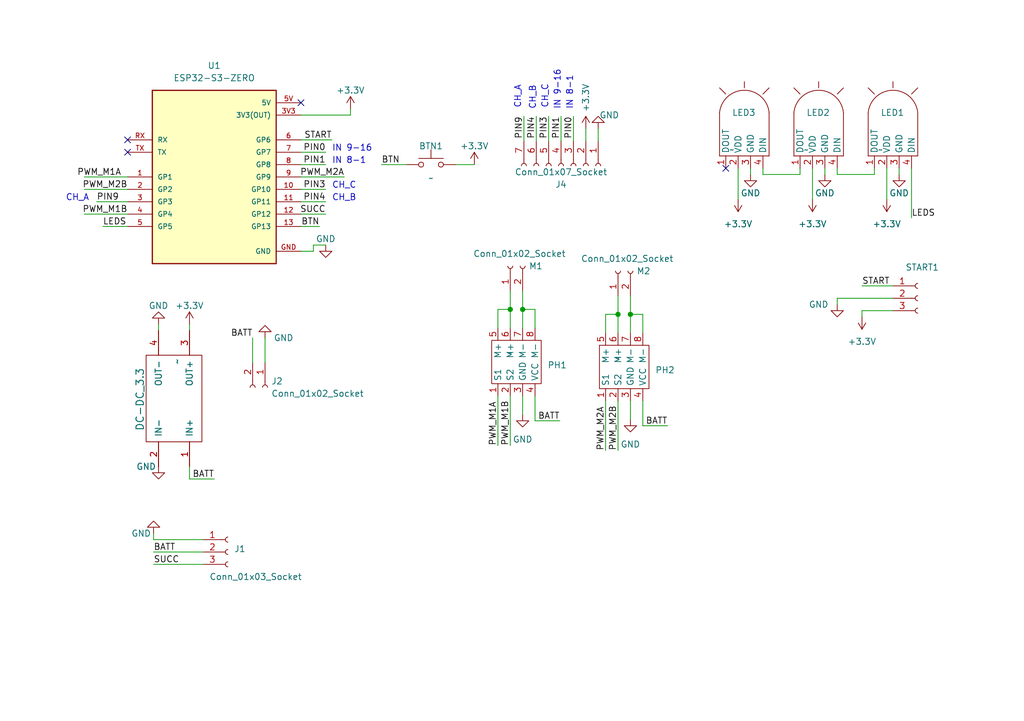
<source format=kicad_sch>
(kicad_sch (version 20250114) (generator "eeschema") (generator_version "9.0")
  (paper "A5")
  (lib_symbols
    (symbol "Connector:Conn_01x02_Socket" (pin_names (offset 1.016) (hide yes))
      (property "Reference" "J" (at 0 2.54 0))
      (property "Value" "Conn_01x02_Socket" (at 0 -5.08 0))
      (symbol "Conn_01x02_Socket_1_1"
        (polyline (pts (xy -1.27 0) (xy -0.508 0)) (stroke (width 0.1524)))
        (polyline (pts (xy -1.27 -2.54) (xy -0.508 -2.54)) (stroke (width 0.1524)))
        (arc (start 0 -0.508) (mid -0.5058 0) (end 0 0.508) (stroke (width 0.1524)))
        (arc (start 0 -3.048) (mid -0.5058 -2.54) (end 0 -2.032) (stroke (width 0.1524)))
        (pin passive line (at -5.08 0 0) (length 3.81) (name "Pin_1") (number "1"))
        (pin passive line (at -5.08 -2.54 0) (length 3.81) (name "Pin_2") (number "2"))
      )
    )
    (symbol "Connector:Conn_01x03_Socket" (pin_names (offset 1.016) (hide yes))
      (property "Reference" "J" (at 0 5.08 0))
      (property "Value" "Conn_01x03_Socket" (at 0 -5.08 0))
      (symbol "Conn_01x03_Socket_1_1"
        (polyline (pts (xy -1.27 2.54) (xy -0.508 2.54)) (stroke (width 0.1524)))
        (polyline (pts (xy -1.27 0) (xy -0.508 0)) (stroke (width 0.1524)))
        (polyline (pts (xy -1.27 -2.54) (xy -0.508 -2.54)) (stroke (width 0.1524)))
        (arc (start 0 2.032) (mid -0.5058 2.54) (end 0 3.048) (stroke (width 0.1524)))
        (arc (start 0 -0.508) (mid -0.5058 0) (end 0 0.508) (stroke (width 0.1524)))
        (arc (start 0 -3.048) (mid -0.5058 -2.54) (end 0 -2.032) (stroke (width 0.1524)))
        (pin passive line (at -5.08 2.54 0) (length 3.81) (name "Pin_1") (number "1"))
        (pin passive line (at -5.08 0 0) (length 3.81) (name "Pin_2") (number "2"))
        (pin passive line (at -5.08 -2.54 0) (length 3.81) (name "Pin_3") (number "3"))
      )
    )
    (symbol "Connector:Conn_01x07_Socket" (pin_names (offset 1.016) (hide yes))
      (property "Reference" "J" (at 0 10.16 0))
      (property "Value" "Conn_01x07_Socket" (at 0 -10.16 0))
      (symbol "Conn_01x07_Socket_1_1"
        (polyline (pts (xy -1.27 7.62) (xy -0.508 7.62)) (stroke (width 0.1524)))
        (polyline (pts (xy -1.27 5.08) (xy -0.508 5.08)) (stroke (width 0.1524)))
        (polyline (pts (xy -1.27 2.54) (xy -0.508 2.54)) (stroke (width 0.1524)))
        (polyline (pts (xy -1.27 0) (xy -0.508 0)) (stroke (width 0.1524)))
        (polyline (pts (xy -1.27 -2.54) (xy -0.508 -2.54)) (stroke (width 0.1524)))
        (polyline (pts (xy -1.27 -5.08) (xy -0.508 -5.08)) (stroke (width 0.1524)))
        (polyline (pts (xy -1.27 -7.62) (xy -0.508 -7.62)) (stroke (width 0.1524)))
        (arc (start 0 7.112) (mid -0.5058 7.62) (end 0 8.128) (stroke (width 0.1524)))
        (arc (start 0 4.572) (mid -0.5058 5.08) (end 0 5.588) (stroke (width 0.1524)))
        (arc (start 0 2.032) (mid -0.5058 2.54) (end 0 3.048) (stroke (width 0.1524)))
        (arc (start 0 -0.508) (mid -0.5058 0) (end 0 0.508) (stroke (width 0.1524)))
        (arc (start 0 -3.048) (mid -0.5058 -2.54) (end 0 -2.032) (stroke (width 0.1524)))
        (arc (start 0 -5.588) (mid -0.5058 -5.08) (end 0 -4.572) (stroke (width 0.1524)))
        (arc (start 0 -8.128) (mid -0.5058 -7.62) (end 0 -7.112) (stroke (width 0.1524)))
        (pin passive line (at -5.08 7.62 0) (length 3.81) (name "Pin_1") (number "1"))
        (pin passive line (at -5.08 5.08 0) (length 3.81) (name "Pin_2") (number "2"))
        (pin passive line (at -5.08 2.54 0) (length 3.81) (name "Pin_3") (number "3"))
        (pin passive line (at -5.08 0 0) (length 3.81) (name "Pin_4") (number "4"))
        (pin passive line (at -5.08 -2.54 0) (length 3.81) (name "Pin_5") (number "5"))
        (pin passive line (at -5.08 -5.08 0) (length 3.81) (name "Pin_6") (number "6"))
        (pin passive line (at -5.08 -7.62 0) (length 3.81) (name "Pin_7") (number "7"))
      )
    )
    (symbol "MictlanTeam-Library:ESP32-S3-ZERO" (pin_names (offset 1.016))
      (property "Reference" "U" (at -12.7 18.542 0))
      (property "Value" "ESP32-S3-ZERO" (at -12.7 -20.32 0))
      (symbol "ESP32-S3-ZERO_0_0"
        (rectangle (start -12.7 17.78) (end 12.7 -17.78) (stroke (width 0.254)) (fill (type background)))
        (pin input line (at -17.78 7.62 0) (length 5.08) (name "RX") (number "RX"))
        (pin output line (at -17.78 5.08 0) (length 5.08) (name "TX") (number "TX"))
        (pin bidirectional line (at -17.78 0 0) (length 5.08) (name "GP1") (number "1"))
        (pin bidirectional line (at -17.78 -2.54 0) (length 5.08) (name "GP2") (number "2"))
        (pin bidirectional line (at -17.78 -5.08 0) (length 5.08) (name "GP3") (number "3"))
        (pin bidirectional line (at -17.78 -7.62 0) (length 5.08) (name "GP4") (number "4"))
        (pin bidirectional line (at -17.78 -10.16 0) (length 5.08) (name "GP5") (number "5"))
        (pin power_in line (at 17.78 15.24 180) (length 5.08) (name "5V") (number "5V"))
        (pin power_in line (at 17.78 12.7 180) (length 5.08) (name "3V3(OUT)") (number "3V3"))
        (pin bidirectional line (at 17.78 7.62 180) (length 5.08) (name "GP6") (number "6"))
        (pin bidirectional line (at 17.78 5.08 180) (length 5.08) (name "GP7") (number "7"))
        (pin bidirectional line (at 17.78 2.54 180) (length 5.08) (name "GP8") (number "8"))
        (pin bidirectional line (at 17.78 0 180) (length 5.08) (name "GP9") (number "9"))
        (pin bidirectional line (at 17.78 -2.54 180) (length 5.08) (name "GP10") (number "10"))
        (pin bidirectional line (at 17.78 -5.08 180) (length 5.08) (name "GP11") (number "11"))
        (pin bidirectional line (at 17.78 -7.62 180) (length 5.08) (name "GP12") (number "12"))
        (pin bidirectional line (at 17.78 -10.16 180) (length 5.08) (name "GP13") (number "13"))
        (pin power_in line (at 17.78 -15.24 180) (length 5.08) (name "GND") (number "GND"))
      )
    )
    (symbol "custom_symbols:Button" (pin_numbers (hide yes)) (pin_names (offset 1.016) (hide yes))
      (property "Reference" "BTN" (at 1.27 2.54 0))
      (symbol "Button_0_1"
        (circle (center -2.032 0) (radius 0.508))
        (polyline (pts (xy 0 1.27) (xy 0 3.048)))
        (circle (center 2.032 0) (radius 0.508))
        (polyline (pts (xy 2.54 1.27) (xy -2.54 1.27)))
        (pin passive line (at -5.08 0 0) (length 2.54) (name "1") (number "1"))
        (pin passive line (at 5.08 0 180) (length 2.54) (name "2") (number "2"))
      )
    )
    (symbol "custom_symbols:Led_5mm_WS2812D_"
      (property "Reference" "LED" (at 2.54 6.35 0))
      (symbol "Led_5mm_WS2812D__0_1"
        (polyline (pts (xy -2.54 -1.27) (xy -2.54 7.62)))
        (polyline (pts (xy -2.54 -1.27) (xy 7.62 -1.27)))
        (polyline (pts (xy -1.27 11.43) (xy -2.54 12.7)))
        (polyline (pts (xy 2.54 12.7) (xy 2.54 13.97)))
        (arc (start -2.54 7.62) (mid 2.54 12.2078) (end 7.62 7.62))
        (polyline (pts (xy 6.35 11.43) (xy 7.62 12.7)))
        (polyline (pts (xy 7.62 -1.27) (xy 7.62 7.62)))
      )
      (symbol "Led_5mm_WS2812D__1_1"
        (pin input line (at -1.27 -3.81 90) (length 2.54) (name "DOUT") (number "1"))
        (pin power_in line (at 1.27 -3.81 90) (length 2.54) (name "VDD") (number "2"))
        (pin power_out line (at 3.81 -3.81 90) (length 2.54) (name "GND") (number "3"))
        (pin input line (at 6.35 -3.81 90) (length 2.54) (name "DIN") (number "4"))
      )
    )
    (symbol "custom_symbols:Mini360" (pin_names (offset 1.016))
      (property "Reference" "DC-DC_3.3" (at 6.35 7.62 0))
      (property "Value" "~" (at 7.62 0 0))
      (symbol "Mini360_0_1"
        (rectangle (start -8.89 6.35) (end 8.89 -5.08))
      )
      (symbol "Mini360_1_1"
        (pin input line (at -13.97 3.81 0) (length 5.08) (name "IN-") (number "2"))
        (pin power_in line (at -13.97 -2.54 0) (length 5.08) (name "IN+") (number "1"))
        (pin output line (at 13.97 3.81 180) (length 5.08) (name "OUT-") (number "4"))
        (pin power_in line (at 13.97 -2.54 180) (length 5.08) (name "OUT+") (number "3"))
      )
    )
    (symbol "custom_symbols:RZ7886"
      (property "Reference" "U" (at -5.08 -1.27 0))
      (symbol "RZ7886_0_1"
        (rectangle (start -3.81 2.54) (end 6.35 -6.35))
      )
      (symbol "RZ7886_1_1"
        (pin output line (at -2.54 5.08 270) (length 2.54) (name "M+") (number "5"))
        (pin input line (at -2.54 -8.89 90) (length 2.54) (name "S1") (number "1"))
        (pin output line (at 0 5.08 270) (length 2.54) (name "M+") (number "6"))
        (pin input line (at 0 -8.89 90) (length 2.54) (name "S2") (number "2"))
        (pin output line (at 2.54 5.08 270) (length 2.54) (name "M-") (number "7"))
        (pin power_in line (at 2.54 -8.89 90) (length 2.54) (name "GND") (number "3"))
        (pin output line (at 5.08 5.08 270) (length 2.54) (name "M-") (number "8"))
        (pin power_in line (at 5.08 -8.89 90) (length 2.54) (name "VCC") (number "4"))
      )
    )
    (symbol "power:+3.3V" (power) (pin_names (offset 0))
      (property "Value" "+3.3V" (at 0 3.556 0))
      (symbol "+3.3V_0_1"
        (polyline (pts (xy -0.762 1.27) (xy 0 2.54)))
        (polyline (pts (xy 0 2.54) (xy 0.762 1.27)))
        (polyline (pts (xy 0 0) (xy 0 2.54)))
      )
      (symbol "+3.3V_1_1"
        (pin power_in line (at 0 0 90) (length 0) (hide yes) (name "+3.3V") (number "1"))
      )
    )
    (symbol "power:GND" (power) (pin_names (offset 0))
      (property "Value" "GND" (at 0 -3.81 0))
      (symbol "GND_0_1"
        (polyline (pts (xy 0 0) (xy 0 -1.27) (xy 1.27 -1.27) (xy 0 -2.54) (xy -1.27 -1.27) (xy 0 -1.27)))
      )
      (symbol "GND_1_1"
        (pin power_in line (at 0 0 270) (length 0) (hide yes) (name "GND") (number "1"))
      )
    )
  )
  (text "CH_A" (at 13.462 41.402 0) (effects (font (size 1.27 1.27)) (justify left bottom)))
  (text "CH_B" (at 109.982 22.606 90) (effects (font (size 1.27 1.27)) (justify left bottom)))
  (text "CH_B" (at 68.072 41.402 0) (effects (font (size 1.27 1.27)) (justify left bottom)))
  (text "CH_C" (at 112.522 22.352 90) (effects (font (size 1.27 1.27)) (justify left bottom)))
  (text "IN 8-1" (at 117.602 22.606 90) (effects (font (size 1.27 1.27)) (justify left bottom)))
  (text "IN 9-16" (at 68.072 31.242 0) (effects (font (size 1.27 1.27)) (justify left bottom)))
  (text "CH_A" (at 106.934 22.352 90) (effects (font (size 1.27 1.27)) (justify left bottom)))
  (text "IN 9-16" (at 115.062 22.606 90) (effects (font (size 1.27 1.27)) (justify left bottom)))
  (text "IN 8-1" (at 68.072 33.782 0) (effects (font (size 1.27 1.27)) (justify left bottom)))
  (text "CH_C" (at 68.072 38.862 0) (effects (font (size 1.27 1.27)) (justify left bottom)))
  (junction (at 129.286 64.516))
  (junction (at 104.648 63.5))
  (junction (at 126.746 64.516))
  (junction (at 107.188 63.5))
  (no_connect (at 26.162 28.702))
  (no_connect (at 148.844 34.544))
  (no_connect (at 61.722 21.082))
  (no_connect (at 26.162 31.242))
  (wire (pts (xy 179.324 35.814) (xy 179.324 34.544)))
  (wire (pts (xy 129.286 60.706) (xy 129.286 64.516)))
  (wire (pts (xy 129.286 82.296) (xy 129.286 86.106)))
  (wire (pts (xy 126.746 60.706) (xy 126.746 64.516)))
  (wire (pts (xy 64.262 51.562) (xy 61.722 51.562)))
  (wire (pts (xy 124.206 68.326) (xy 124.206 64.516)))
  (wire (pts (xy 181.864 34.544) (xy 181.864 40.894)))
  (wire (pts (xy 184.404 34.544) (xy 184.404 35.814)))
  (wire (pts (xy 61.722 38.862) (xy 66.802 38.862)))
  (wire (pts (xy 126.746 82.296) (xy 126.746 92.456)))
  (wire (pts (xy 171.704 35.814) (xy 179.324 35.814)))
  (wire (pts (xy 61.722 36.322) (xy 70.612 36.322)))
  (wire (pts (xy 66.802 43.942) (xy 61.722 43.942)))
  (wire (pts (xy 26.162 38.862) (xy 17.272 38.862)))
  (wire (pts (xy 164.084 35.814) (xy 164.084 34.544)))
  (wire (pts (xy 32.512 66.548) (xy 32.512 67.818)))
  (wire (pts (xy 104.648 59.69) (xy 104.648 63.5)))
  (wire (pts (xy 126.746 64.516) (xy 126.746 68.326)))
  (wire (pts (xy 166.624 34.544) (xy 166.624 40.894)))
  (wire (pts (xy 107.188 81.28) (xy 107.188 85.09)))
  (wire (pts (xy 51.816 69.342) (xy 51.816 74.422)))
  (wire (pts (xy 176.784 58.674) (xy 183.134 58.674)))
  (wire (pts (xy 171.704 34.544) (xy 171.704 35.814)))
  (wire (pts (xy 129.286 64.516) (xy 129.286 68.326)))
  (wire (pts (xy 21.082 46.482) (xy 26.162 46.482)))
  (wire (pts (xy 120.142 28.956) (xy 120.142 26.416)))
  (wire (pts (xy 186.944 44.704) (xy 186.944 34.544)))
  (wire (pts (xy 107.442 28.956) (xy 107.442 23.876)))
  (wire (pts (xy 93.472 33.782) (xy 97.282 33.782)))
  (wire (pts (xy 102.108 63.5) (xy 104.648 63.5)))
  (wire (pts (xy 124.206 82.296) (xy 124.206 92.456)))
  (wire (pts (xy 171.704 61.214) (xy 183.134 61.214)))
  (wire (pts (xy 61.722 31.242) (xy 66.802 31.242)))
  (wire (pts (xy 109.728 67.31) (xy 109.728 63.5)))
  (wire (pts (xy 107.188 63.5) (xy 107.188 67.31)))
  (wire (pts (xy 104.648 81.28) (xy 104.648 91.44)))
  (wire (pts (xy 131.826 64.516) (xy 129.286 64.516)))
  (wire (pts (xy 117.602 28.956) (xy 117.602 23.876)))
  (wire (pts (xy 122.682 26.416) (xy 122.682 28.956)))
  (wire (pts (xy 31.496 113.284) (xy 41.656 113.284)))
  (wire (pts (xy 164.084 35.814) (xy 156.464 35.814)))
  (wire (pts (xy 109.728 63.5) (xy 107.188 63.5)))
  (wire (pts (xy 107.188 59.69) (xy 107.188 63.5)))
  (wire (pts (xy 38.862 66.548) (xy 38.862 67.818)))
  (wire (pts (xy 109.728 86.36) (xy 109.728 81.28)))
  (wire (pts (xy 61.722 23.622) (xy 71.882 23.622)))
  (wire (pts (xy 64.262 50.292) (xy 66.802 50.292)))
  (wire (pts (xy 68.072 28.702) (xy 61.722 28.702)))
  (wire (pts (xy 17.272 36.322) (xy 26.162 36.322)))
  (wire (pts (xy 31.496 109.474) (xy 31.496 110.744)))
  (wire (pts (xy 102.108 81.28) (xy 102.108 91.44)))
  (wire (pts (xy 169.164 34.544) (xy 169.164 35.814)))
  (wire (pts (xy 71.882 22.352) (xy 71.882 23.622)))
  (wire (pts (xy 38.862 98.298) (xy 38.862 95.758)))
  (wire (pts (xy 65.532 46.482) (xy 61.722 46.482)))
  (wire (pts (xy 104.648 63.5) (xy 104.648 67.31)))
  (wire (pts (xy 156.464 34.544) (xy 156.464 35.814)))
  (wire (pts (xy 102.108 67.31) (xy 102.108 63.5)))
  (wire (pts (xy 153.924 34.544) (xy 153.924 35.814)))
  (wire (pts (xy 61.722 41.402) (xy 66.802 41.402)))
  (wire (pts (xy 131.826 68.326) (xy 131.826 64.516)))
  (wire (pts (xy 78.232 33.782) (xy 83.312 33.782)))
  (wire (pts (xy 109.728 86.36) (xy 114.808 86.36)))
  (wire (pts (xy 112.522 28.956) (xy 112.522 23.876)))
  (wire (pts (xy 176.784 63.754) (xy 183.134 63.754)))
  (wire (pts (xy 54.356 69.342) (xy 54.356 74.422)))
  (wire (pts (xy 109.982 28.956) (xy 109.982 23.876)))
  (wire (pts (xy 131.826 87.376) (xy 136.906 87.376)))
  (wire (pts (xy 31.496 115.824) (xy 41.656 115.824)))
  (wire (pts (xy 171.704 62.484) (xy 171.704 61.214)))
  (wire (pts (xy 61.722 33.782) (xy 66.802 33.782)))
  (wire (pts (xy 176.784 65.024) (xy 176.784 63.754)))
  (wire (pts (xy 31.496 110.744) (xy 41.656 110.744)))
  (wire (pts (xy 151.384 34.544) (xy 151.384 40.894)))
  (wire (pts (xy 64.262 50.292) (xy 64.262 51.562)))
  (wire (pts (xy 115.062 28.956) (xy 115.062 23.876)))
  (wire (pts (xy 131.826 82.296) (xy 131.826 87.376)))
  (wire (pts (xy 38.862 98.298) (xy 43.942 98.298)))
  (wire (pts (xy 19.812 41.402) (xy 26.162 41.402)))
  (wire (pts (xy 124.206 64.516) (xy 126.746 64.516)))
  (wire (pts (xy 26.162 43.942) (xy 17.272 43.942)))
  (label "PIN1" (at 115.062 23.876 270))
  (label "SUCC" (at 66.802 43.942 180))
  (label "PIN3" (at 112.522 23.876 270))
  (label "BTN" (at 65.532 46.482 180))
  (label "PIN1" (at 66.802 33.782 180))
  (label "BATT" (at 31.496 113.284 0))
  (label "BATT" (at 114.808 86.36 180))
  (label "PIN4" (at 66.802 41.402 180))
  (label "SUCC" (at 31.496 115.824 0))
  (label "PWM_M2A" (at 70.612 36.322 180))
  (label "PWM_M2B" (at 126.746 92.456 90))
  (label "PWM_M2A" (at 124.206 92.456 90))
  (label "PIN9" (at 19.812 41.402 0))
  (label "BTN" (at 78.232 33.782 0))
  (label "PIN0" (at 117.602 23.876 270))
  (label "START" (at 176.784 58.674 0))
  (label "PIN0" (at 66.802 31.242 180))
  (label "BATT" (at 136.906 87.376 180))
  (label "START" (at 68.072 28.702 180))
  (label "PWM_M1B" (at 104.648 91.44 90))
  (label "PIN4" (at 109.982 23.876 270))
  (label "PWM_M1A" (at 102.108 91.44 90))
  (label "PWM_M1B" (at 26.162 43.942 180))
  (label "PIN9" (at 107.442 23.876 270))
  (label "LEDS" (at 186.944 44.704 0))
  (label "LEDS" (at 21.082 46.482 0))
  (label "PIN3" (at 66.802 38.862 180))
  (label "PWM_M2B" (at 26.162 38.862 180))
  (label "BATT" (at 51.816 69.342 180))
  (label "PWM_M1A" (at 24.892 36.322 180))
  (label "BATT" (at 43.942 98.298 180))
  (symbol (lib_id "Connector:Conn_01x03_Socket") (at 188.214 61.214 0) (unit 1)
    (property "Reference" "START1" (at 185.674 54.864 0) (effects (justify left)))
    (property "Value" "Conn_01x03_Socket" (effects (hide yes)))
    (property "Footprint" "Connector_PinHeader_2.54mm:PinHeader_1x03_P2.54mm_Vertical" (effects (hide yes)))
  )
  (symbol (lib_id "power:GND") (at 31.496 109.474 0) (mirror x) (unit 1)
    (property "Reference" "#PWR01" (effects (hide yes)))
    (property "Value" "GND" (at 28.956 109.474 0))
  )
  (symbol (lib_id "power:GND") (at 32.512 95.758 0) (unit 1)
    (property "Reference" "#PWR03" (effects (hide yes)))
    (property "Value" "GND" (at 29.972 95.758 0))
  )
  (symbol (lib_id "power:+3.3V") (at 38.862 66.548 0) (unit 1)
    (property "Reference" "#PWR05" (effects (hide yes)))
    (property "Value" "+3.3V" (at 38.862 62.738 0))
  )
  (symbol (lib_id "power:GND") (at 129.286 86.106 0) (unit 1)
    (property "Reference" "#PWR011" (effects (hide yes)))
    (property "Value" "GND" (at 129.286 91.186 0))
  )
  (symbol (lib_id "power:+3.3V") (at 71.882 22.352 0) (unit 1)
    (property "Reference" "#PWR010" (effects (hide yes)))
    (property "Value" "+3.3V" (at 71.882 18.542 0))
  )
  (symbol (lib_id "MictlanTeam-Library:ESP32-S3-ZERO") (at 43.942 36.322 0) (unit 1)
    (property "Reference" "U1" (at 43.942 13.462 0))
    (property "Value" "ESP32-S3-ZERO" (at 43.942 16.002 0))
    (property "Footprint" "MictlanTeam-Library:ESP32-S3-ZERO" (effects (hide yes)))
    (property "VERIFIER" "SAMUEL" (effects (hide yes)))
    (property "MP" "ESP32-S3-Zero" (effects (hide yes)))
  )
  (symbol (lib_id "custom_symbols:RZ7886") (at 104.648 72.39 0) (unit 1)
    (property "Reference" "PH1" (at 112.268 74.93 0) (effects (justify left)))
    (property "Value" "~" (at 104.648 72.39 0))
    (property "Footprint" "Package_DIP:DIP-8_W7.62mm" (effects (hide yes)))
  )
  (symbol (lib_id "power:+3.3V") (at 181.864 40.894 180) (unit 1)
    (property "Reference" "#PWR017" (effects (hide yes)))
    (property "Value" "+3.3V" (at 181.864 45.974 0))
  )
  (symbol (lib_id "power:GND") (at 122.682 26.416 180) (unit 1)
    (property "Reference" "#PWR07" (effects (hide yes)))
    (property "Value" "GND" (at 124.968 23.622 0))
  )
  (symbol (lib_id "power:+3.3V") (at 166.624 40.894 180) (unit 1)
    (property "Reference" "#PWR014" (effects (hide yes)))
    (property "Value" "+3.3V" (at 166.624 45.974 0))
  )
  (symbol (lib_id "custom_symbols:Mini360") (at 36.322 81.788 90) (unit 1)
    (property "Reference" "DC-DC_3.3" (at 28.702 75.438 0) (effects (font (size 1.524 1.524)) (justify right)))
    (property "Value" "~" (at 36.322 74.168 0) (effects (font (size 1.524 1.524))))
    (property "Footprint" "custom_footprints:DC-DC_3.3 CN3903" (effects (hide yes)))
  )
  (symbol (lib_id "custom_symbols:Button") (at 88.392 33.782 0) (unit 1)
    (property "Reference" "BTN1" (at 88.392 29.972 0))
    (property "Value" "~" (at 88.392 36.576 0))
    (property "Footprint" "Button_Switch_THT:SW_PUSH_6mm_H4.3mm" (effects (hide yes)))
  )
  (symbol (lib_id "power:GND") (at 171.704 62.484 0) (unit 1)
    (property "Reference" "#PWR013" (effects (hide yes)))
    (property "Value" "GND" (at 167.894 62.484 0))
  )
  (symbol (lib_id "custom_symbols:Led_5mm_WS2812D_") (at 150.114 30.734 0) (unit 1)
    (property "Reference" "LED3" (at 150.114 23.114 0) (effects (justify left)))
    (property "Value" "~" (at 150.114 30.734 0))
    (property "Footprint" "custom_footprints:LED_D5.0mm-4_RGB_Staggered_Pins" (effects (hide yes)))
  )
  (symbol (lib_id "Connector:Conn_01x02_Socket") (at 126.746 55.626 90) (unit 1)
    (property "Reference" "M2" (at 130.556 55.626 90) (effects (justify right)))
    (property "Value" "Conn_01x02_Socket" (at 119.126 53.086 90) (effects (justify right)))
    (property "Footprint" "custom_footprints:motor_pads" (effects (hide yes)))
  )
  (symbol (lib_id "power:+3.3V") (at 120.142 26.416 0) (unit 1)
    (property "Reference" "#PWR08" (effects (hide yes)))
    (property "Value" "+3.3V" (at 120.142 20.066 90))
  )
  (symbol (lib_id "power:GND") (at 66.802 50.292 0) (unit 1)
    (property "Reference" "#PWR09" (effects (hide yes)))
    (property "Value" "GND" (at 66.802 49.022 0))
  )
  (symbol (lib_id "power:GND") (at 153.924 35.814 0) (unit 1)
    (property "Reference" "#PWR018" (effects (hide yes)))
    (property "Value" "GND" (at 153.924 39.624 0))
  )
  (symbol (lib_id "Connector:Conn_01x02_Socket") (at 54.356 79.502 270) (unit 1)
    (property "Reference" "J2" (at 55.626 78.232 90) (effects (justify left)))
    (property "Value" "Conn_01x02_Socket" (at 55.626 80.772 90) (effects (justify left)))
    (property "Footprint" "Connector_PinHeader_2.54mm:PinHeader_1x02_P2.54mm_Vertical" (effects (hide yes)))
  )
  (symbol (lib_id "power:GND") (at 169.164 35.814 0) (unit 1)
    (property "Reference" "#PWR015" (effects (hide yes)))
    (property "Value" "GND" (at 169.164 39.624 0))
  )
  (symbol (lib_id "custom_symbols:Led_5mm_WS2812D_") (at 165.354 30.734 0) (unit 1)
    (property "Reference" "LED2" (at 165.354 23.114 0) (effects (justify left)))
    (property "Value" "~" (at 165.354 30.734 0))
    (property "Footprint" "custom_footprints:LED_D5.0mm-4_RGB_Staggered_Pins" (effects (hide yes)))
  )
  (symbol (lib_id "power:GND") (at 107.188 85.09 0) (unit 1)
    (property "Reference" "#PWR06" (effects (hide yes)))
    (property "Value" "GND" (at 107.188 90.17 0))
  )
  (symbol (lib_id "Connector:Conn_01x07_Socket") (at 115.062 34.036 270) (unit 1)
    (property "Reference" "J4" (at 115.062 37.846 90))
    (property "Value" "Conn_01x07_Socket" (at 115.062 35.306 90))
    (property "Footprint" "Connector_PinHeader_2.54mm:PinHeader_1x07_P2.54mm_Vertical" (effects (hide yes)))
  )
  (symbol (lib_id "power:GND") (at 54.356 69.342 180) (unit 1)
    (property "Reference" "#PWR04" (effects (hide yes)))
    (property "Value" "GND" (at 58.166 69.342 0))
  )
  (symbol (lib_id "Connector:Conn_01x03_Socket") (at 46.736 113.284 0) (unit 1)
    (property "Reference" "J1" (at 48.006 112.649 0) (effects (justify left)))
    (property "Value" "Conn_01x03_Socket" (at 42.926 118.364 0) (effects (justify left)))
    (property "Footprint" "Connector_PinHeader_2.54mm:PinHeader_1x03_P2.54mm_Vertical" (effects (hide yes)))
  )
  (symbol (lib_id "power:GND") (at 32.512 66.548 180) (unit 1)
    (property "Reference" "#PWR02" (effects (hide yes)))
    (property "Value" "GND" (at 32.512 62.738 0))
  )
  (symbol (lib_id "custom_symbols:RZ7886") (at 126.746 73.406 0) (unit 1)
    (property "Reference" "PH2" (at 134.366 75.946 0) (effects (justify left)))
    (property "Value" "~" (at 126.746 73.406 0))
    (property "Footprint" "Package_DIP:DIP-8_W7.62mm" (effects (hide yes)))
  )
  (symbol (lib_id "power:+3.3V") (at 97.282 33.782 0) (unit 1)
    (property "Reference" "#PWR021" (effects (hide yes)))
    (property "Value" "+3.3V" (at 97.282 29.972 0))
  )
  (symbol (lib_id "custom_symbols:Led_5mm_WS2812D_") (at 180.594 30.734 0) (unit 1)
    (property "Reference" "LED1" (at 180.594 23.114 0) (effects (justify left)))
    (property "Value" "~" (at 180.594 30.734 0))
    (property "Footprint" "custom_footprints:LED_D5.0mm-4_RGB_Staggered_Pins" (effects (hide yes)))
  )
  (symbol (lib_id "power:+3.3V") (at 176.784 65.024 180) (unit 1)
    (property "Reference" "#PWR012" (effects (hide yes)))
    (property "Value" "+3.3V" (at 176.784 70.104 0))
  )
  (symbol (lib_id "Connector:Conn_01x02_Socket") (at 104.648 54.61 90) (unit 1)
    (property "Reference" "M1" (at 108.458 54.61 90) (effects (justify right)))
    (property "Value" "Conn_01x02_Socket" (at 97.028 52.07 90) (effects (justify right)))
    (property "Footprint" "custom_footprints:motor_pads" (effects (hide yes)))
  )
  (symbol (lib_id "power:+3.3V") (at 151.384 40.894 180) (unit 1)
    (property "Reference" "#PWR016" (effects (hide yes)))
    (property "Value" "+3.3V" (at 151.384 45.974 0))
  )
  (symbol (lib_id "power:GND") (at 184.404 35.814 0) (unit 1)
    (property "Reference" "#PWR019" (effects (hide yes)))
    (property "Value" "GND" (at 184.404 39.624 0))
  )
)
</source>
